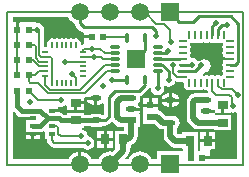
<source format=gtl>
%FSLAX25Y25*%
%MOIN*%
G70*
G01*
G75*
G04 Layer_Physical_Order=1*
G04 Layer_Color=255*
%ADD10R,0.02756X0.03347*%
%ADD11R,0.03347X0.02756*%
%ADD12O,0.03543X0.01969*%
%ADD13O,0.03543X0.01969*%
%ADD14R,0.03543X0.01969*%
%ADD15R,0.02362X0.02362*%
%ADD16R,0.02200X0.01378*%
%ADD17O,0.01102X0.03937*%
%ADD18O,0.03937X0.01102*%
%ADD19R,0.05906X0.05906*%
%ADD20R,0.02362X0.02362*%
%ADD21O,0.02400X0.00800*%
%ADD22O,0.00800X0.02400*%
%ADD23O,0.02756X0.00787*%
%ADD24O,0.00787X0.02756*%
%ADD25C,0.00600*%
%ADD26C,0.01000*%
%ADD27C,0.02000*%
%ADD28C,0.00800*%
%ADD29C,0.01500*%
%ADD30C,0.00500*%
%ADD31C,0.05906*%
%ADD32C,0.02000*%
G36*
X29690Y-28719D02*
X30189D01*
Y-30947D01*
X30476D01*
X31329Y-30777D01*
X31926Y-30378D01*
X32367Y-30614D01*
Y-34282D01*
X32182Y-34467D01*
X31814D01*
X31329Y-34143D01*
X30476Y-33973D01*
X28902D01*
X28049Y-34143D01*
X27937Y-34217D01*
X25873D01*
Y-33628D01*
X20127D01*
Y-34217D01*
X18809D01*
X18706Y-34115D01*
X18061Y-33684D01*
X17300Y-33532D01*
X17250D01*
Y-33461D01*
X14949D01*
Y-32461D01*
X17250D01*
Y-31868D01*
X17636Y-31551D01*
X18100Y-31643D01*
X18958Y-31472D01*
X19686Y-30986D01*
D01*
Y-30986D01*
X20127Y-31222D01*
Y-32878D01*
X22500D01*
Y-30299D01*
X22999D01*
Y-29800D01*
X25873D01*
Y-28745D01*
X26314Y-28509D01*
X26681Y-28754D01*
X26674Y-28720D01*
X26758Y-28298D01*
X26875Y-28220D01*
X29690D01*
Y-28719D01*
D02*
G37*
G36*
X3022Y-33671D02*
X3052Y-33820D01*
X3538Y-34547D01*
X4266Y-35034D01*
X5124Y-35204D01*
X5964Y-35037D01*
X6011Y-35076D01*
X6350Y-35584D01*
Y-35021D01*
X8651D01*
Y-36020D01*
X6350D01*
Y-37409D01*
Y-39968D01*
Y-40139D01*
X10950D01*
Y-40068D01*
X11061D01*
X11822Y-39916D01*
X12209Y-39658D01*
X12650Y-39894D01*
Y-39968D01*
Y-42528D01*
X13420D01*
Y-42850D01*
X13537Y-43435D01*
X13868Y-43931D01*
X14719Y-44781D01*
X14718D01*
X14719Y-44782D01*
X14719Y-44782D01*
Y-44782D01*
X15215Y-45113D01*
X15800Y-45229D01*
X25376D01*
X25414Y-45286D01*
X26142Y-45772D01*
X27000Y-45943D01*
X27858Y-45772D01*
X28586Y-45286D01*
X29072Y-44558D01*
X29243Y-43700D01*
X29072Y-42842D01*
X28586Y-42114D01*
X27858Y-41628D01*
X27000Y-41457D01*
X26943Y-41400D01*
X26772Y-40542D01*
X26286Y-39814D01*
X25558Y-39328D01*
X24700Y-39157D01*
Y-39137D01*
X25054Y-38783D01*
X25873D01*
Y-38194D01*
X27954D01*
X28049Y-38258D01*
X28902Y-38427D01*
X30476D01*
X31329Y-38258D01*
X31814Y-37933D01*
X32900D01*
X33563Y-37801D01*
X34126Y-37426D01*
X34126Y-37426D01*
X34126Y-37426D01*
X35078Y-36473D01*
X35214Y-36486D01*
Y-36486D01*
X35214Y-36486D01*
D01*
X35214Y-36486D01*
X36514Y-37786D01*
X37242Y-38272D01*
X38100Y-38443D01*
X39257D01*
Y-39627D01*
X36128D01*
Y-45373D01*
X36128D01*
X36128Y-45751D01*
X35268Y-46611D01*
X34370Y-46492D01*
X33286Y-46635D01*
X32276Y-47054D01*
X31408Y-47719D01*
X30743Y-48587D01*
X30521Y-49122D01*
X28219D01*
X27997Y-48587D01*
X27332Y-47719D01*
X26464Y-47054D01*
X25454Y-46635D01*
X24870Y-46558D01*
Y-49121D01*
X23870D01*
Y-46558D01*
X23286Y-46635D01*
X22276Y-47054D01*
X21408Y-47719D01*
X20743Y-48587D01*
X20521Y-49122D01*
X2078D01*
Y-33380D01*
X2540Y-33189D01*
X3022Y-33671D01*
D02*
G37*
G36*
X56605Y-23237D02*
X58726D01*
D01*
X58726Y-23237D01*
D01*
X59070Y-23574D01*
Y-24558D01*
X59193Y-25180D01*
X59545Y-25707D01*
X60073Y-26059D01*
X60694Y-26183D01*
X61316Y-26059D01*
X61679Y-25817D01*
X62041Y-26059D01*
X62663Y-26183D01*
X63285Y-26059D01*
X63647Y-25817D01*
X64010Y-26059D01*
X64631Y-26183D01*
X65253Y-26059D01*
X65616Y-25817D01*
X65978Y-26059D01*
X66600Y-26183D01*
X66600Y-26183D01*
X66600Y-26183D01*
X66937Y-26269D01*
D01*
X66937Y-26269D01*
X67044Y-26806D01*
X66866Y-27024D01*
X66613Y-27193D01*
X66481D01*
X66400Y-27177D01*
X62680D01*
X61822Y-27347D01*
X61094Y-27834D01*
X60614Y-28314D01*
X60128Y-29042D01*
X59957Y-29900D01*
Y-35500D01*
X60128Y-36358D01*
X60614Y-37086D01*
X62014Y-38486D01*
X62742Y-38972D01*
X63600Y-39143D01*
X66378D01*
X66405Y-39149D01*
X69127D01*
Y-39483D01*
X74873D01*
Y-34328D01*
X69717D01*
X69405Y-34119D01*
X69259Y-33941D01*
X69315Y-33660D01*
X66399D01*
Y-32660D01*
X69315D01*
X69415Y-33160D01*
X69332Y-33578D01*
X71500D01*
Y-30999D01*
X72500D01*
Y-33578D01*
X74873D01*
Y-33578D01*
X74912Y-33546D01*
X75400Y-33643D01*
X76258Y-33472D01*
X76281Y-33457D01*
X76722Y-33693D01*
Y-49122D01*
X67618D01*
Y-49121D01*
X65236D01*
Y-48200D01*
X67618D01*
Y-46319D01*
X67618D01*
Y-46227D01*
X67972Y-45873D01*
X69578D01*
Y-43500D01*
X64422D01*
Y-45873D01*
X64422D01*
Y-45965D01*
X64069Y-46319D01*
X63673D01*
Y-45873D01*
X63672D01*
Y-40127D01*
X58517D01*
Y-40757D01*
X57018D01*
X56832Y-40571D01*
Y-38554D01*
X56951Y-38475D01*
X57434Y-37752D01*
X57603Y-36900D01*
X57434Y-36048D01*
X56951Y-35325D01*
X56229Y-34843D01*
X55376Y-34673D01*
X54670D01*
X54589Y-34657D01*
X52929D01*
X51686Y-33414D01*
X50958Y-32928D01*
X50281Y-32793D01*
Y-32619D01*
Y-31563D01*
X45519D01*
Y-33444D01*
Y-37381D01*
X49309D01*
X50414Y-38486D01*
X51142Y-38972D01*
X52000Y-39143D01*
X52346D01*
Y-41500D01*
X52517Y-42358D01*
X53003Y-43086D01*
X54503Y-44586D01*
X55231Y-45072D01*
X56089Y-45243D01*
X58517D01*
Y-45873D01*
X58919D01*
Y-46319D01*
X58919D01*
X58919Y-46528D01*
X58523D01*
Y-46528D01*
X50217D01*
Y-49122D01*
X48219D01*
X47997Y-48587D01*
X47332Y-47719D01*
X46464Y-47054D01*
X45454Y-46635D01*
X44370Y-46492D01*
X43286Y-46635D01*
X42276Y-47054D01*
X41408Y-47719D01*
X40743Y-48587D01*
X40521Y-49122D01*
X39755D01*
X39564Y-48660D01*
X40292Y-47932D01*
X40778Y-47204D01*
X40949Y-46346D01*
Y-45373D01*
X41284D01*
Y-44538D01*
X41960Y-44086D01*
X41960Y-44086D01*
X41960Y-44086D01*
X43086Y-42960D01*
X43086Y-42960D01*
X43086Y-42960D01*
X43572Y-42232D01*
X43743Y-41374D01*
Y-38384D01*
X44472D01*
Y-34016D01*
X44405D01*
X44169Y-33575D01*
X44345Y-33312D01*
X44415Y-32960D01*
X41499D01*
Y-31960D01*
X44415D01*
X44345Y-31608D01*
X43862Y-30885D01*
X43794Y-30840D01*
Y-30340D01*
X43862Y-30294D01*
X44345Y-29572D01*
X44514Y-28720D01*
X44376Y-28024D01*
X44706Y-27959D01*
X45268Y-27583D01*
X45268Y-27583D01*
X45268Y-27583D01*
X47323Y-25528D01*
X47415Y-25466D01*
X47604Y-25185D01*
X48066Y-25376D01*
X48044Y-25487D01*
X48214Y-26345D01*
X48700Y-27073D01*
X49428Y-27559D01*
X50287Y-27730D01*
X51145Y-27559D01*
X51873Y-27073D01*
X52359Y-26345D01*
X52530Y-25487D01*
X52399Y-24832D01*
X52815Y-24554D01*
X53142Y-24772D01*
X54000Y-24943D01*
X54858Y-24772D01*
X55586Y-24286D01*
X56072Y-23558D01*
X56154Y-23147D01*
X56605Y-23237D01*
D02*
G37*
G36*
X71884Y-10311D02*
X71971Y-10329D01*
X71988Y-10416D01*
X72231Y-10779D01*
X71988Y-11141D01*
X71865Y-11763D01*
X71988Y-12385D01*
X72231Y-12747D01*
X71988Y-13110D01*
X71865Y-13732D01*
X71988Y-14353D01*
X72231Y-14716D01*
X71988Y-15078D01*
X71964Y-15200D01*
X72819D01*
X72868Y-15233D01*
X73490Y-15357D01*
X74475D01*
Y-15935D01*
X74474D01*
X73929Y-16043D01*
X73490D01*
X72868Y-16167D01*
X72819Y-16200D01*
X71964D01*
X71988Y-16322D01*
X72231Y-16684D01*
X71988Y-17047D01*
X71865Y-17669D01*
X71988Y-18290D01*
X72231Y-18653D01*
X71988Y-19015D01*
X71865Y-19637D01*
X71988Y-20259D01*
X72231Y-20621D01*
X71988Y-20984D01*
X71971Y-21071D01*
X71884Y-21089D01*
X71521Y-21331D01*
X71159Y-21089D01*
X70537Y-20965D01*
X69915Y-21089D01*
X69553Y-21331D01*
X69190Y-21089D01*
X68568Y-20965D01*
X67947Y-21089D01*
X67584Y-21331D01*
X67222Y-21089D01*
X66600Y-20965D01*
X65978Y-21089D01*
X65712Y-21266D01*
X65251Y-21075D01*
X65229Y-20969D01*
X65389Y-20863D01*
X66060Y-20191D01*
X66658Y-20072D01*
X67386Y-19586D01*
X67872Y-18858D01*
X68043Y-18000D01*
X67872Y-17142D01*
X67386Y-16414D01*
X66658Y-15928D01*
X65800Y-15757D01*
X64942Y-15928D01*
X64214Y-16414D01*
X64184Y-16459D01*
X63684D01*
X63386Y-16014D01*
X62658Y-15528D01*
X61800Y-15357D01*
X61634Y-15390D01*
X61218Y-15112D01*
X61212Y-15078D01*
X60969Y-14716D01*
X61212Y-14353D01*
X61335Y-13732D01*
X61212Y-13110D01*
X60969Y-12747D01*
X61212Y-12385D01*
X61335Y-11763D01*
X61212Y-11141D01*
X60969Y-10779D01*
X61212Y-10416D01*
X61229Y-10329D01*
X61316Y-10311D01*
X61679Y-10069D01*
X62041Y-10311D01*
X62663Y-10435D01*
X63285Y-10311D01*
X63647Y-10069D01*
X64010Y-10311D01*
X64631Y-10435D01*
X65253Y-10311D01*
X65616Y-10069D01*
X65978Y-10311D01*
X66600Y-10435D01*
X67222Y-10311D01*
X67584Y-10069D01*
X67947Y-10311D01*
X68568Y-10435D01*
X69190Y-10311D01*
X69553Y-10069D01*
X69915Y-10311D01*
X70537Y-10435D01*
X71159Y-10311D01*
X71521Y-10069D01*
X71884Y-10311D01*
D02*
G37*
G36*
X20743Y-2294D02*
X21408Y-3162D01*
X22276Y-3827D01*
X22682Y-3996D01*
X22769Y-4433D01*
X23144Y-4996D01*
X24574Y-6426D01*
X24574Y-6426D01*
X24574D01*
X24574Y-6426D01*
X24574D01*
X24574Y-6426D01*
Y-6426D01*
Y-6426D01*
D01*
D01*
X24574D01*
Y-6426D01*
X25137Y-6801D01*
X25800Y-6933D01*
X25919D01*
Y-7800D01*
X28301D01*
Y-8800D01*
X25919D01*
Y-10681D01*
D01*
Y-10681D01*
X25829Y-10771D01*
X25800D01*
X25215Y-10887D01*
X25109Y-10958D01*
X24668Y-10722D01*
Y-10399D01*
X24544Y-9775D01*
X24191Y-9246D01*
X23661Y-8892D01*
X23037Y-8768D01*
X22413Y-8892D01*
X22250Y-9001D01*
X22086Y-8892D01*
X21462Y-8768D01*
X20838Y-8892D01*
X20675Y-9001D01*
X20512Y-8892D01*
X19887Y-8768D01*
X19263Y-8892D01*
X19100Y-9001D01*
X18937Y-8892D01*
X18313Y-8768D01*
X17688Y-8892D01*
X17525Y-9001D01*
X17362Y-8892D01*
X16738Y-8768D01*
X16114Y-8892D01*
X15950Y-9001D01*
X15787Y-8892D01*
X15163Y-8768D01*
X14539Y-8892D01*
X14009Y-9246D01*
X13656Y-9775D01*
X13532Y-10399D01*
Y-11832D01*
X12329D01*
Y-6500D01*
X12327Y-6486D01*
X12443Y-5900D01*
X12272Y-5042D01*
X11786Y-4314D01*
X11058Y-3828D01*
X10200Y-3657D01*
X9998Y-3697D01*
X9781Y-3519D01*
Y-3519D01*
X3963D01*
Y-5901D01*
X2963D01*
Y-3519D01*
X2078D01*
Y-1878D01*
X20570D01*
X20743Y-2294D01*
D02*
G37*
%LPC*%
G36*
X66500Y-40127D02*
X64422D01*
Y-42500D01*
X66500D01*
Y-40127D01*
D02*
G37*
G36*
X69578D02*
X67500D01*
Y-42500D01*
X69578D01*
Y-40127D01*
D02*
G37*
G36*
X32300Y-39627D02*
X30222D01*
Y-42000D01*
X32300D01*
Y-39627D01*
D02*
G37*
G36*
X10950Y-41139D02*
X9150D01*
Y-42528D01*
X10950D01*
Y-41139D01*
D02*
G37*
G36*
X32300Y-43000D02*
X30222D01*
Y-45373D01*
X32300D01*
Y-43000D01*
D02*
G37*
G36*
X35378D02*
X33300D01*
Y-45373D01*
X35378D01*
Y-43000D01*
D02*
G37*
G36*
X8150Y-41139D02*
X6350D01*
Y-42528D01*
X8150D01*
Y-41139D01*
D02*
G37*
G36*
X35378Y-39627D02*
X33300D01*
Y-42000D01*
X35378D01*
Y-39627D01*
D02*
G37*
G36*
X50281Y-28682D02*
X48400D01*
Y-30563D01*
X50281D01*
Y-28682D01*
D02*
G37*
G36*
X47400D02*
X45519D01*
Y-30563D01*
X47400D01*
Y-28682D01*
D02*
G37*
G36*
X55376Y-27193D02*
X55089D01*
Y-28920D01*
X57504D01*
X57434Y-28567D01*
X56951Y-27845D01*
X56229Y-27362D01*
X55376Y-27193D01*
D02*
G37*
G36*
X54089D02*
X53802D01*
X52949Y-27362D01*
X52227Y-27845D01*
X51744Y-28567D01*
X51674Y-28920D01*
X54089D01*
Y-27193D01*
D02*
G37*
G36*
Y-29920D02*
X51674D01*
X51744Y-30272D01*
X52227Y-30994D01*
X52949Y-31477D01*
X53802Y-31647D01*
X54089D01*
Y-29920D01*
D02*
G37*
G36*
X25873Y-30800D02*
X23500D01*
Y-32878D01*
X25873D01*
Y-30800D01*
D02*
G37*
G36*
X29189Y-29220D02*
X26774D01*
X26844Y-29572D01*
X27327Y-30294D01*
X28049Y-30777D01*
X28902Y-30947D01*
X29189D01*
Y-29220D01*
D02*
G37*
G36*
X57504Y-29920D02*
X55089D01*
Y-31647D01*
X55376D01*
X56229Y-31477D01*
X56951Y-30994D01*
X57434Y-30272D01*
X57504Y-29920D01*
D02*
G37*
%LPD*%
D10*
X32800Y-42500D02*
D03*
X38706D02*
D03*
X67000Y-43000D02*
D03*
X61094D02*
D03*
D11*
X23000Y-30300D02*
D03*
Y-36206D02*
D03*
X72000Y-31000D02*
D03*
Y-36906D02*
D03*
D12*
X41500Y-28720D02*
D03*
Y-32460D02*
D03*
X29689Y-28720D02*
D03*
X66400Y-29420D02*
D03*
Y-33160D02*
D03*
X54589Y-29420D02*
D03*
D13*
X29689Y-36200D02*
D03*
X54589Y-36900D02*
D03*
D14*
X41500Y-36200D02*
D03*
X66400Y-36900D02*
D03*
D15*
X32237Y-8300D02*
D03*
X28300D02*
D03*
X7400Y-5900D02*
D03*
X3463D02*
D03*
X65237Y-48700D02*
D03*
X61300D02*
D03*
X7400Y-21200D02*
D03*
X3463D02*
D03*
X7400Y-11000D02*
D03*
X3463D02*
D03*
Y-16100D02*
D03*
X7400D02*
D03*
X3463Y-26300D02*
D03*
X7400D02*
D03*
D16*
X8650Y-32961D02*
D03*
Y-35520D02*
D03*
Y-38080D02*
D03*
Y-40639D02*
D03*
X14950D02*
D03*
Y-38080D02*
D03*
Y-35520D02*
D03*
Y-32961D02*
D03*
D17*
X46153Y-22787D02*
D03*
Y-8613D02*
D03*
X40247D02*
D03*
Y-22787D02*
D03*
D18*
X50287Y-19637D02*
D03*
Y-17669D02*
D03*
Y-15700D02*
D03*
Y-13732D02*
D03*
Y-11763D02*
D03*
X36113D02*
D03*
Y-13732D02*
D03*
Y-15700D02*
D03*
Y-17669D02*
D03*
Y-19637D02*
D03*
D19*
X43200Y-15700D02*
D03*
X54370Y-200D02*
D03*
Y-50681D02*
D03*
D20*
X47900Y-31063D02*
D03*
Y-35000D02*
D03*
D21*
X25301Y-13463D02*
D03*
Y-15038D02*
D03*
Y-16613D02*
D03*
Y-18187D02*
D03*
Y-19762D02*
D03*
Y-21337D02*
D03*
X12899D02*
D03*
Y-19762D02*
D03*
Y-18187D02*
D03*
Y-16613D02*
D03*
Y-15038D02*
D03*
Y-13463D02*
D03*
D22*
X23037Y-23601D02*
D03*
X21462D02*
D03*
X19887D02*
D03*
X18313D02*
D03*
X16738D02*
D03*
X15163D02*
D03*
Y-11199D02*
D03*
X16738D02*
D03*
X18313D02*
D03*
X19887D02*
D03*
X21462D02*
D03*
X23037D02*
D03*
D23*
X74474Y-21606D02*
D03*
Y-19637D02*
D03*
Y-17669D02*
D03*
Y-15700D02*
D03*
Y-13732D02*
D03*
Y-11763D02*
D03*
Y-9794D02*
D03*
X58726D02*
D03*
Y-11763D02*
D03*
Y-13732D02*
D03*
Y-15700D02*
D03*
Y-17669D02*
D03*
Y-19637D02*
D03*
Y-21606D02*
D03*
D24*
X72505Y-7826D02*
D03*
X70537D02*
D03*
X68568D02*
D03*
X66600D02*
D03*
X64631D02*
D03*
X62663D02*
D03*
X60694D02*
D03*
Y-23574D02*
D03*
X62663D02*
D03*
X64631D02*
D03*
X66600D02*
D03*
X68568D02*
D03*
X70537D02*
D03*
X72505D02*
D03*
D25*
X3463Y-11000D02*
Y-5900D01*
Y-16100D02*
Y-11000D01*
Y-21200D02*
Y-16100D01*
X23037Y-23601D02*
Y-22137D01*
X21600Y-20700D02*
X23037Y-22137D01*
X14300Y-25900D02*
X24500D01*
X13600Y-27000D02*
X26000D01*
X10300Y-23700D02*
X13600Y-27000D01*
X12899Y-24499D02*
X14300Y-25900D01*
X12899Y-24499D02*
Y-21337D01*
X10500Y-29400D02*
X18100D01*
X14950Y-38080D02*
X16680D01*
X17200Y-38600D01*
Y-40600D02*
Y-38600D01*
Y-40600D02*
X18000Y-41400D01*
X24700D01*
X15163Y-23601D02*
Y-15563D01*
X9000Y-5900D02*
X10200D01*
X7400D02*
X9000D01*
X10200D02*
X10800Y-6500D01*
Y-14336D02*
Y-6500D01*
Y-14336D02*
X11502Y-15038D01*
X12899D01*
X14638D02*
X15163Y-15563D01*
X12899Y-15038D02*
X14638D01*
X19500Y-16700D02*
X19587Y-16613D01*
X25301D01*
X7400Y-26300D02*
X10500Y-29400D01*
X10700Y-18100D02*
X10787Y-18187D01*
X12899D01*
X8700Y-16100D02*
X10700Y-18100D01*
X7400Y-16100D02*
X8700D01*
X10813Y-16613D02*
X12899D01*
X9700Y-14336D02*
Y-11500D01*
Y-15500D02*
Y-14336D01*
Y-15500D02*
X10813Y-16613D01*
X9200Y-11000D02*
X9700Y-11500D01*
X7400Y-11000D02*
X9200D01*
X32732Y-17669D02*
X36113D01*
X24500Y-25900D02*
X32732Y-17669D01*
X26000Y-27000D02*
X33363Y-19637D01*
X36113D01*
X7900Y-23700D02*
X10300D01*
X7400Y-23200D02*
X7900Y-23700D01*
X7400Y-23200D02*
Y-21200D01*
X32200Y-15700D02*
X36113D01*
X31500Y-15000D02*
X32200Y-15700D01*
X29100Y-15000D02*
X31500D01*
X32631Y-13732D02*
X36113D01*
X31200Y-12300D02*
X32631Y-13732D01*
X28300Y-12300D02*
X31200D01*
X25800D02*
X28300D01*
X25301Y-12799D02*
X25800Y-12300D01*
X25301Y-13463D02*
Y-12799D01*
Y-15038D02*
X29062D01*
X15800Y-43700D02*
X27000D01*
X14950Y-42850D02*
X15800Y-43700D01*
X14950Y-42850D02*
Y-40639D01*
X10882Y-19762D02*
X12899D01*
X7400Y-21200D02*
X9444D01*
X10882Y-19762D01*
D26*
X43200Y-15700D02*
X46153Y-12747D01*
Y-8613D01*
X62863Y-19637D02*
X64700Y-17800D01*
X58726Y-19637D02*
X62863D01*
X25800Y-5200D02*
X48500D01*
X49800Y-7900D02*
Y-6500D01*
X48500Y-5200D02*
X49800Y-6500D01*
X24370Y-3770D02*
X25800Y-5200D01*
X24370Y-3770D02*
Y-200D01*
X74474Y-17669D02*
X76131D01*
X77200Y-16600D01*
Y-4000D01*
X74600Y-1400D02*
X77200Y-4000D01*
X64100Y-1400D02*
X74600D01*
X62200Y-3300D02*
X64100Y-1400D01*
X57470Y-3300D02*
X62200D01*
X54370Y-200D02*
X57470Y-3300D01*
X54000Y-22700D02*
Y-19739D01*
X50287Y-17669D02*
X51929D01*
X54000Y-19739D01*
X57926Y-19637D02*
X58726D01*
X57037D02*
X58726D01*
X68568Y-7826D02*
Y-4831D01*
X69800Y-3600D01*
X70537Y-7826D02*
Y-5763D01*
X71800Y-4500D01*
X57926Y-17669D02*
X58726D01*
X61731D01*
X71800Y-4500D02*
X73500D01*
X50287Y-25487D02*
Y-19637D01*
X61731Y-17669D02*
X61800Y-17600D01*
X50287Y-15700D02*
X57926D01*
X53168Y-13732D02*
X53700Y-13200D01*
X50287Y-13732D02*
X53168D01*
X29689Y-36200D02*
X32900D01*
X34100Y-35000D01*
Y-28500D01*
X36242Y-26357D01*
X44043D01*
X46153Y-24247D01*
X35087Y-22787D02*
X40247D01*
D27*
X52000Y-36900D02*
X54589D01*
X50100Y-35000D02*
X52000Y-36900D01*
X47900Y-35000D02*
X50100D01*
X54589Y-41500D02*
Y-36900D01*
Y-41500D02*
X56089Y-43000D01*
X61094D01*
X61300Y-43205D01*
Y-48700D02*
Y-43205D01*
X38100Y-36200D02*
X41500D01*
X36800Y-34900D02*
X38100Y-36200D01*
X36800Y-34900D02*
Y-30000D01*
X38080Y-28720D01*
X41500D01*
X63600Y-36900D02*
X66400D01*
X62200Y-35500D02*
X63600Y-36900D01*
X62200Y-35500D02*
Y-29900D01*
X62680Y-29420D01*
X66400D01*
Y-36900D02*
X66405Y-36906D01*
X72000D01*
X38706Y-46346D02*
Y-42500D01*
X34370Y-50681D02*
X38706Y-46346D01*
Y-42500D02*
X40374D01*
X41500Y-41374D01*
Y-36200D01*
D28*
X54400Y-10100D02*
Y-6000D01*
X44500Y-200D02*
X45950D01*
X44370D02*
X44500D01*
X45950D02*
X49900Y-4150D01*
X52550D01*
X54400Y-6000D01*
X69900Y-27600D02*
X74200D01*
X75100Y-28500D01*
Y-31100D02*
Y-28500D01*
Y-31100D02*
X75400Y-31400D01*
X71700Y-25852D02*
X75052D01*
X70537Y-24689D02*
X71700Y-25852D01*
X70537Y-24689D02*
Y-23574D01*
X75052Y-25852D02*
X77000Y-27800D01*
X68568Y-26269D02*
X69900Y-27600D01*
X68568Y-26269D02*
Y-23574D01*
X32237Y-8300D02*
X39934D01*
X54400Y-10100D02*
X54600D01*
X55400Y-20400D02*
Y-17800D01*
Y-20400D02*
X56605Y-21606D01*
X58726D01*
D29*
X14950Y-35520D02*
X17300D01*
X17985Y-36206D01*
X23000D01*
X29684D02*
X29689Y-36200D01*
X23000Y-36206D02*
X29684D01*
X11061Y-38080D02*
X13621Y-35520D01*
X8650Y-38080D02*
X11061D01*
X3463Y-31300D02*
X5124Y-32961D01*
X3463Y-31300D02*
Y-26300D01*
X5124Y-32961D02*
X8650D01*
X11061D02*
X13621Y-35520D01*
X8650Y-32961D02*
X11061D01*
X7500D02*
X8650D01*
X13621Y-35520D02*
X14950D01*
D30*
X0Y-51181D02*
Y0D01*
Y-51181D02*
X78740D01*
Y0D01*
X0D02*
X78740D01*
D31*
X24370Y-200D02*
D03*
X34370D02*
D03*
X44370D02*
D03*
X24370Y-50681D02*
D03*
X34370D02*
D03*
X44370D02*
D03*
D32*
X29500Y-39500D02*
D03*
X72000Y-42500D02*
D03*
X52700Y-32500D02*
D03*
X17000Y-3200D02*
D03*
X12700Y-3100D02*
D03*
X3700Y-2900D02*
D03*
X7900Y-30000D02*
D03*
X4200Y-37000D02*
D03*
X9900Y-48000D02*
D03*
X32100Y-24600D02*
D03*
X21600Y-20700D02*
D03*
X18100Y-29400D02*
D03*
X43200Y-15700D02*
D03*
X20700Y-6400D02*
D03*
X15400Y-6600D02*
D03*
X15600Y-47100D02*
D03*
X3900Y-44900D02*
D03*
X4000Y-40800D02*
D03*
X57900Y-32900D02*
D03*
X30200Y-32200D02*
D03*
X67200Y-12700D02*
D03*
X69100Y-36906D02*
D03*
X49800Y-8100D02*
D03*
X75400Y-31400D02*
D03*
X77000Y-27800D02*
D03*
X54600Y-10100D02*
D03*
X55400Y-17800D02*
D03*
X64700D02*
D03*
X73500Y-4500D02*
D03*
X50287Y-25487D02*
D03*
X69800Y-3600D02*
D03*
X54000Y-22700D02*
D03*
X61800Y-17600D02*
D03*
X53700Y-13200D02*
D03*
X52000Y-36900D02*
D03*
X35087Y-22787D02*
D03*
X10200Y-5900D02*
D03*
X5124Y-32961D02*
D03*
X19500Y-16700D02*
D03*
X28300Y-12300D02*
D03*
X24700Y-41400D02*
D03*
X29100Y-15000D02*
D03*
X27000Y-43700D02*
D03*
M02*

</source>
